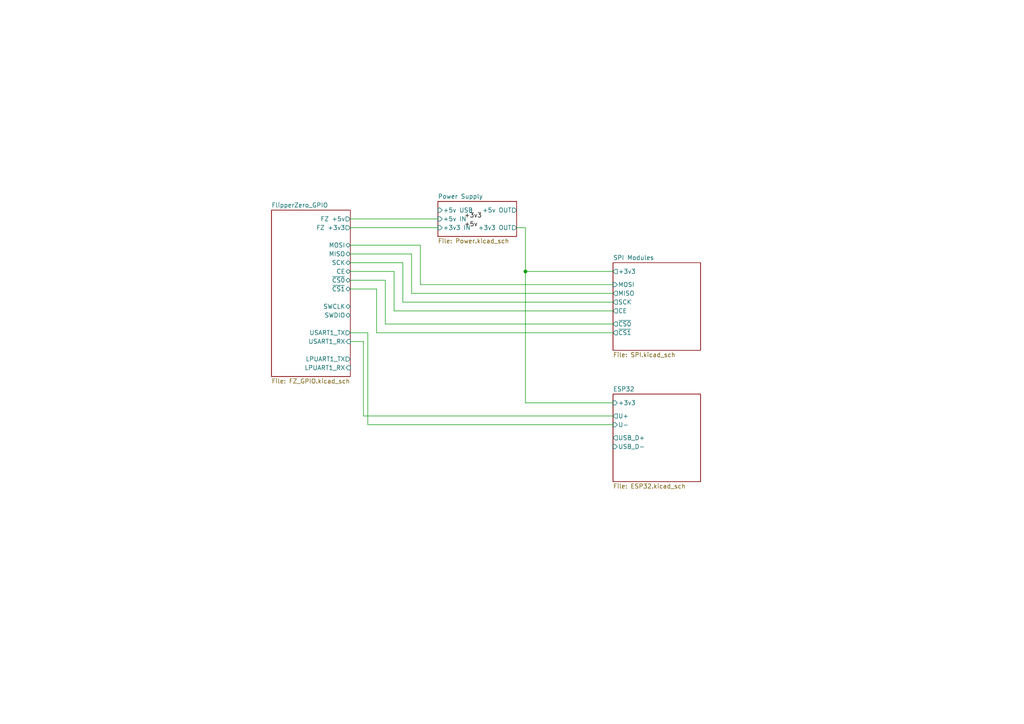
<source format=kicad_sch>
(kicad_sch (version 20230121) (generator eeschema)
  (paper "A4")
  (lib_symbols)
  (junction (at 152.4 78.74))
  (wire (pts (xy 152.4 116.84) (xy 152.4 78.74)))
  (wire (pts (xy 109.22 96.52) (xy 177.8 96.52)))
  (wire (pts (xy 109.22 83.82) (xy 109.22 96.52)))
  (wire (pts (xy 105.41 120.65) (xy 177.8 120.65)))
  (wire (pts (xy 105.41 99.06) (xy 105.41 120.65)))
  (wire (pts (xy 121.92 71.12) (xy 121.92 82.55)))
  (wire (pts (xy 177.8 116.84) (xy 152.4 116.84)))
  (wire (pts (xy 121.92 82.55) (xy 177.8 82.55)))
  (wire (pts (xy 101.6 76.2) (xy 116.84 76.2)))
  (wire (pts (xy 101.6 99.06) (xy 105.41 99.06)))
  (wire (pts (xy 106.68 96.52) (xy 106.68 123.19)))
  (wire (pts (xy 114.3 90.17) (xy 177.8 90.17)))
  (wire (pts (xy 101.6 83.82) (xy 109.22 83.82)))
  (wire (pts (xy 149.86 66.04) (xy 152.4 66.04)))
  (wire (pts (xy 114.3 78.74) (xy 114.3 90.17)))
  (wire (pts (xy 119.38 85.09) (xy 177.8 85.09)))
  (wire (pts (xy 101.6 96.52) (xy 106.68 96.52)))
  (wire (pts (xy 101.6 71.12) (xy 121.92 71.12)))
  (wire (pts (xy 152.4 78.74) (xy 177.8 78.74)))
  (wire (pts (xy 106.68 123.19) (xy 177.8 123.19)))
  (wire (pts (xy 101.6 78.74) (xy 114.3 78.74)))
  (wire (pts (xy 116.84 76.2) (xy 116.84 87.63)))
  (wire (pts (xy 111.76 81.28) (xy 111.76 93.98)))
  (wire (pts (xy 119.38 73.66) (xy 119.38 85.09)))
  (wire (pts (xy 116.84 87.63) (xy 177.8 87.63)))
  (wire (pts (xy 111.76 93.98) (xy 177.8 93.98)))
  (wire (pts (xy 152.4 66.04) (xy 152.4 78.74)))
  (wire (pts (xy 101.6 73.66) (xy 119.38 73.66)))
  (wire (pts (xy 101.6 66.04) (xy 127 66.04)))
  (wire (pts (xy 101.6 63.5) (xy 127 63.5)))
  (wire (pts (xy 101.6 81.28) (xy 111.76 81.28)))
  (label "+3v3" (at 134.62 63.5 0))
  (label "+5v" (at 134.62 66.04 0))
  (sheet (at 78.74 60.96) (size 22.86 48.26) (stroke (width 0.1524))
    (property "Sheetname" "FlipperZero_GPIO" (at 78.74 60.2484 0) (effects (justify left bottom)))
    (property "Sheetfile" "FZ_GPIO.kicad_sch" (at 78.74 109.8046 0) (effects (justify left top)))
    (pin "FZ +5v" output (at 101.6 63.5 0))
    (pin "MOSI" bidirectional (at 101.6 71.12 0))
    (pin "MISO" bidirectional (at 101.6 73.66 0))
    (pin "FZ +3v3" output (at 101.6 66.04 0))
    (pin "SWDIO" bidirectional (at 101.6 91.44 0))
    (pin "SWCLK" bidirectional (at 101.6 88.9 0))
    (pin "~{CS0}" bidirectional (at 101.6 81.28 0))
    (pin "SCK" bidirectional (at 101.6 76.2 0))
    (pin "CE" bidirectional (at 101.6 78.74 0))
    (pin "USART1_RX" input (at 101.6 99.06 0))
    (pin "USART1_TX" output (at 101.6 96.52 0))
    (pin "LPUART1_TX" output (at 101.6 104.14 0))
    (pin "LPUART1_RX" input (at 101.6 106.68 0))
    (pin "~{CS1}" bidirectional (at 101.6 83.82 0))
  )
  (sheet (at 177.8 114.3) (size 25.4 25.4) (stroke (width 0.1524))
    (property "Sheetname" "ESP32" (at 177.8 113.5884 0) (effects (justify left bottom)))
    (property "Sheetfile" "ESP32.kicad_sch" (at 177.8 140.2846 0) (effects (justify left top)))
    (pin "+3v3" input (at 177.8 116.84 180))
    (pin "USB_D-" input (at 177.8 129.54 180))
    (pin "USB_D+" output (at 177.8 127 180))
    (pin "U+" output (at 177.8 120.65 180))
    (pin "U-" input (at 177.8 123.19 180))
  )
  (sheet (at 127 58.42) (size 22.86 10.16) (stroke (width 0.1524))
    (property "Sheetname" "Power Supply" (at 127 57.7084 0) (effects (justify left bottom)))
    (property "Sheetfile" "Power.kicad_sch" (at 127 69.1646 0) (effects (justify left top)))
    (pin "+5v OUT" output (at 149.86 60.96 0))
    (pin "+3v3 IN" input (at 127 66.04 180))
    (pin "+5v IN" input (at 127 63.5 180))
    (pin "+3v3 OUT" output (at 149.86 66.04 0))
    (pin "+5v USB" input (at 127 60.96 180))
  )
  (sheet (at 177.8 76.2) (size 25.4 25.4) (stroke (width 0.1524))
    (property "Sheetname" "SPI Modules" (at 177.8 75.4884 0) (effects (justify left bottom)))
    (property "Sheetfile" "SPI.kicad_sch" (at 177.8 102.1846 0) (effects (justify left top)))
    (pin "MISO" output (at 177.8 85.09 180))
    (pin "SCK" output (at 177.8 87.63 180))
    (pin "CE" output (at 177.8 90.17 180))
    (pin "+3v3" output (at 177.8 78.74 180))
    (pin "~{CS0}" output (at 177.8 93.98 180))
    (pin "~{CS1}" output (at 177.8 96.52 180))
    (pin "MOSI" input (at 177.8 82.55 180))
  )
)
</source>
